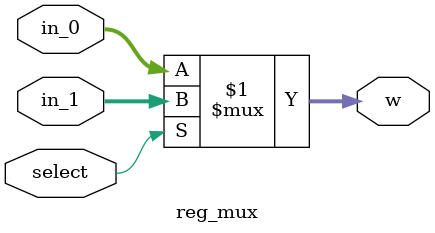
<source format=v>

module reg_mux (select , in_0 , in_1 , w);
	input select ;
	input [2:0] in_0 , in_1 ;
	output [2:0] w ;
	assign w = (select) ? in_1 : in_0 ;
endmodule

</source>
